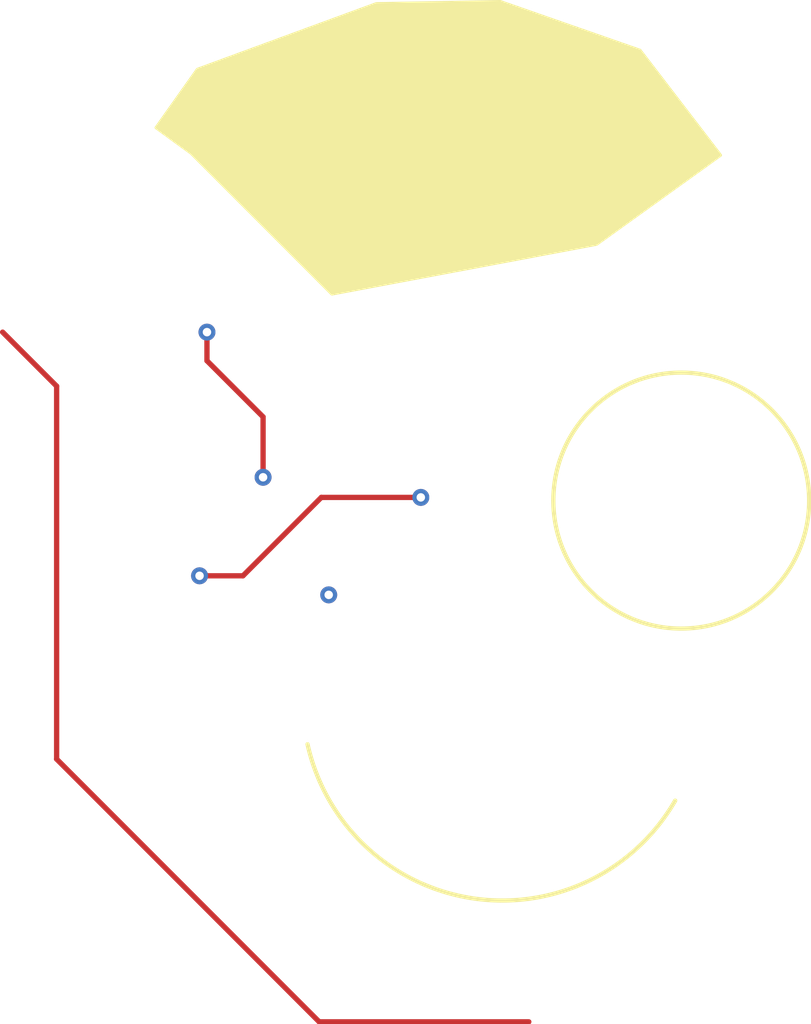
<source format=kicad_pcb>
(kicad_pcb (version 20171130) (host pcbnew 5.0.0-rc2-unknown-b37969f~65~ubuntu16.04.1)



  (net_class Default "This is the default net class."
    (clearance 0.2)
    (trace_width 0.25)
    (via_dia 0.8)
    (via_drill 0.4)
    (uvia_dia 0.3)
    (uvia_drill 0.1)
  )

  (gr_arc (start 13.9 26.65) (end 4.700001 28.699999) (angle -137.4565864) (layer F.SilkS) (width 0.2))
  (gr_poly (pts (xy -0.8 0.8) (xy 5.85 7.45) (xy 18.35 5.1) (xy 24.2 0.9) (xy 20.4 -4.05) (xy 13.8 -6.35) (xy 7.95 -6.25) (xy -0.5 -3.15) (xy -2.45 -0.4)) (layer F.SilkS) (width 0.15))
  (gr_circle (center 22.35 17.2) (end 23.05 11.2) (layer F.SilkS) (width 0.2))

  (segment (start 15.15 41.8) (end 5.25 41.8) (width 0.25) (layer F.Cu) (net 0))
  (segment (start 5.25 41.8) (end -7.15 29.4) (width 0.25) (layer F.Cu) (net 0))
  (segment (start -7.15 29.4) (end -7.15 11.8) (width 0.25) (layer F.Cu) (net 0))
  (segment (start -7.15 11.8) (end -9.7 9.25) (width 0.25) (layer F.Cu) (net 0))
  
  (via (at -0.05 9.25) (size 0.8) (drill 0.4) (layers F.Cu B.Cu) (net 0))
  (via (at 2.6 16.1) (size 0.8) (drill 0.4) (layers F.Cu B.Cu) (net 0))
  (via (at -0.4 20.75) (size 0.8) (drill 0.4) (layers F.Cu B.Cu) (net 0))
  (via (at 5.7 21.65) (size 0.8) (drill 0.4) (layers F.Cu B.Cu) (net 0))
  (via (at 10.05 17.05) (size 0.8) (drill 0.4) (layers F.Cu B.Cu) (net 0))

  (segment (start -0.05 9.25) (end -0.05 10.6) (width 0.25) (layer F.Cu) (net 0))
  (segment (start 2.6 13.25) (end 2.6 16.1) (width 0.25) (layer F.Cu) (net 0))
  (segment (start -0.05 10.6) (end 2.6 13.25) (width 0.25) (layer F.Cu) (net 0))
  (segment (start -0.4 20.75) (end 1.65 20.75) (width 0.25) (layer F.Cu) (net 0))
  (segment (start 5.35 17.05) (end 10.05 17.05) (width 0.25) (layer F.Cu) (net 0))
  (segment (start 1.65 20.75) (end 5.35 17.05) (width 0.25) (layer F.Cu) (net 0))

)

</source>
